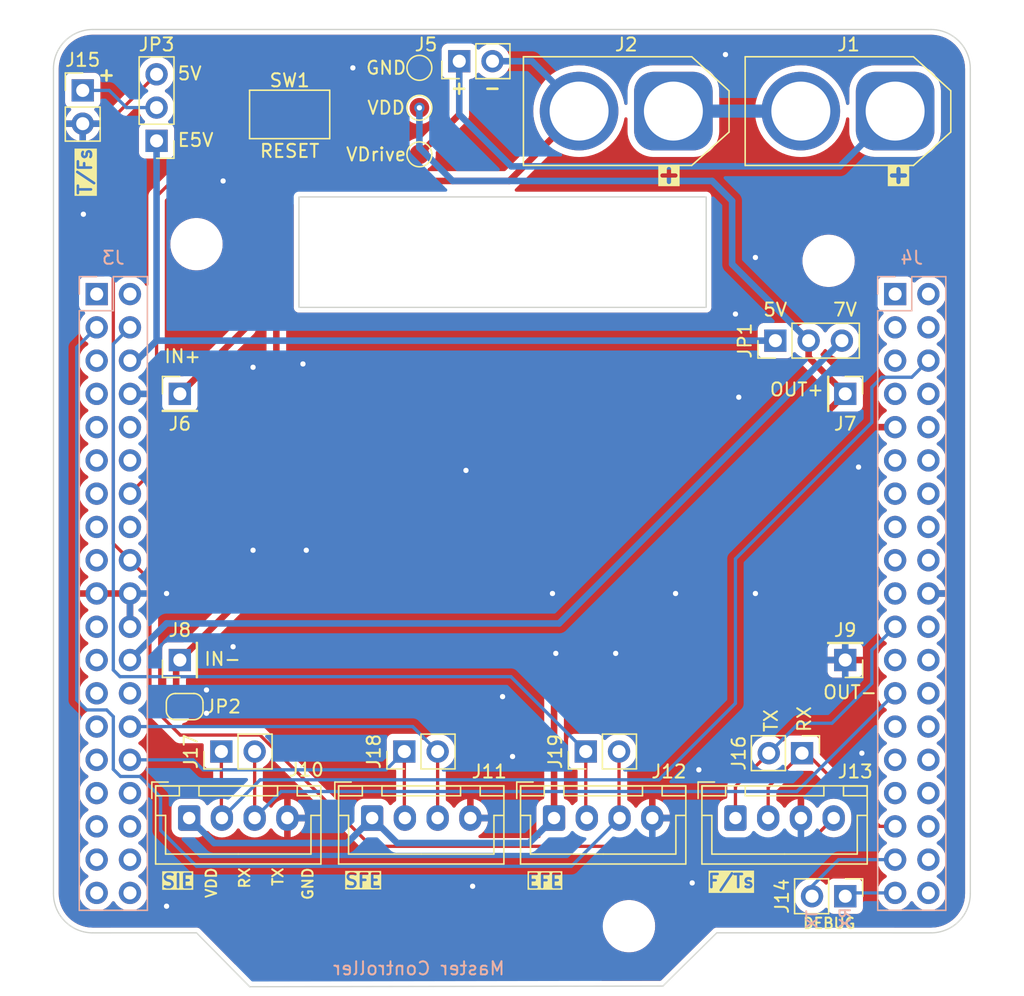
<source format=kicad_pcb>
(kicad_pcb (version 20221018) (generator pcbnew)
  (layers (0 "F.Cu" signal) (31 "B.Cu" signal) (34 "B.Paste" user) (35 "F.Paste" user) (36 "B.SilkS" user "B.Silkscreen") (37 "F.SilkS" user "F.Silkscreen") (38 "B.Mask" user) (39 "F.Mask" user) (44 "Edge.Cuts" user))
  (net 0 "")
  (net 1 "Net-(J1-Pin_2)")
  (net 3 "EFE_TX")
  (net 4 "EFE_RX")
  (net 6 "E5V")
  (net 8 "GND")
  (net 13 "RESET")
  (net 15 "+3.3V")
  (net 17 "+5V")
  (net 19 "+7.5V")
  (net 22 "SFE_TX")
  (net 24 "SFE_RX")
  (net 31 "SIE_RX")
  (net 32 "VBUS")
  (net 33 "MAX490_TXD")
  (net 34 "SIE_TX")
  (net 35 "MAX490_RSD")
  (net 36 "DEBUG_TX")
  (net 37 "DEBUG_RX")
  (net 38 "VDD")
  (net 39 "Vdrive")
  (net 40 "GNDPWR")
  (net 41 "Net-(J15-Pin_1)")
  (footprint "Connector_AMASS:AMASS_XT60-M_1x02_P7.20mm_Vertical" (layer "F.Cu") (at 175.26 62.23 180)
    (fp_text reference "J1" (at 3.556 5.08) (layer "F.SilkS"))
    (fp_text value "Conn_01x02")
    (pad "1" thru_hole roundrect (at 0 0 180) (size 6 6) (drill 4.5) (layers "*.Cu" "*.Mask") (net 39 "Vdrive"))
    (pad "2" thru_hole circle (at 7.2 0 180) (size 6 6) (drill 4.5) (layers "*.Cu" "*.Mask") (net 1 "Net-(J1-Pin_2)"))
  )
  (footprint "TestPoint:TestPoint_Pad_D1.5mm" (layer "F.Cu") (at 138.938 58.928)
    (fp_text reference "TP3" hide)
    (fp_text value "TestPoint")
    (fp_text user "GND" (at -2.54 0 unlocked) (layer "F.SilkS"))
    (pad "1" smd circle (at 0 0) (size 1.5 1.5) (layers "F.Cu" "F.Mask") (net 8 "GND"))
  )
  (footprint "Connector_PinHeader_2.54mm:PinHeader_1x02_P2.54mm_Vertical" (layer "F.Cu") (at 141.981 58.42 90)
    (fp_text reference "J5" (at 1.27 -2.535 180) (layer "F.SilkS"))
    (fp_text value "Conn_01x02")
    (pad "1" thru_hole rect (at 0 0 90) (size 1.7 1.7) (drill 1) (layers "*.Cu" "*.Mask") (net 39 "Vdrive"))
    (pad "2" thru_hole oval (at 0 2.54 90) (size 1.7 1.7) (drill 1) (layers "*.Cu" "*.Mask") (net 40 "GNDPWR"))
  )
  (footprint "Connector_PinHeader_2.54mm:PinHeader_1x02_P2.54mm_Vertical" (layer "F.Cu") (at 137.79 111.125 90)
    (fp_text reference "J18" (at 0 -2.33 90) (layer "F.SilkS"))
    (fp_text value "Conn_01x02")
    (pad "1" thru_hole rect (at 0 0 90) (size 1.7 1.7) (drill 1) (layers "*.Cu" "*.Mask") (net 24 "SFE_RX"))
    (pad "2" thru_hole oval (at 0 2.54 90) (size 1.7 1.7) (drill 1) (layers "*.Cu" "*.Mask") (net 22 "SFE_TX"))
  )
  (footprint "Connector_PinHeader_2.54mm:PinHeader_1x01_P2.54mm_Vertical" (layer "F.Cu") (at 120.65 83.82)
    (fp_text reference "J6" (at 0 2.286) (layer "F.SilkS"))
    (fp_text value "Conn_01x01")
    (pad "1" thru_hole rect (at 0 0) (size 1.7 1.7) (drill 1) (layers "*.Cu" "*.Mask") (net 39 "Vdrive"))
  )
  (footprint "Button_Switch_SMD:SW_SPST_CK_RS282G05A3" (layer "F.Cu") (at 129.032 62.484)
    (fp_text reference "SW1" (at 0 -2.6) (layer "F.SilkS"))
    (fp_text value "RESET")
    (fp_text user "RESET" (at 0 2.794 unlocked) (layer "F.SilkS"))
    (pad "1" smd rect (at -3.9 0) (size 1.5 1.5) (layers "F.Cu" "F.Paste" "F.Mask") (net 13 "RESET"))
    (pad "2" smd rect (at 3.9 0) (size 1.5 1.5) (layers "F.Cu" "F.Paste" "F.Mask") (net 8 "GND"))
  )
  (footprint "Jumper:SolderJumper-2_P1.3mm_Open_RoundedPad1.0x1.5mm" (layer "F.Cu") (at 121.016 107.696)
    (fp_text reference "JP2" (at 2.936 0) (layer "F.SilkS"))
    (fp_text value "SolderJumper_2_Open")
    (pad "1" smd custom (at -0.65 0) (size 1 0.5) (layers "F.Cu" "F.Mask") (net 40 "GNDPWR") (options (clearance outline) (anchor rect)) (primitives (gr_circle (center 0 0.25) (end 0.5 0.25) (width 0) (fill yes)) (gr_circle (center 0 -0.25) (end 0.5 -0.25) (width 0) (fill yes)) (gr_poly (pts (xy 0.5 0.75) (xy 0 0.75) (xy 0 -0.75) (xy 0.5 -0.75)) (width 0) (fill yes))))
    (pad "2" smd custom (at 0.65 0) (size 1 0.5) (layers "F.Cu" "F.Mask") (net 8 "GND") (options (clearance outline) (anchor rect)) (primitives (gr_circle (center 0 0.25) (end 0.5 0.25) (width 0) (fill yes)) (gr_circle (center 0 -0.25) (end 0.5 -0.25) (width 0) (fill yes)) (gr_poly (pts (xy 0 0.75) (xy -0.5 0.75) (xy -0.5 -0.75) (xy 0 -0.75)) (width 0) (fill yes))))
  )
  (footprint "TestPoint:TestPoint_Pad_D1.5mm" (layer "F.Cu") (at 138.938 61.976)
    (fp_text reference "TP1" hide)
    (fp_text value "TestPoint")
    (fp_text user "VDD" (at -2.54 0 unlocked) (layer "F.SilkS"))
    (pad "1" smd circle (at 0 0) (size 1.5 1.5) (layers "F.Cu" "F.Mask") (net 38 "VDD"))
  )
  (footprint "Connector_JST:JST_XH_B4B-XH-A_1x04_P2.50mm_Vertical" (layer "F.Cu") (at 121.36 116.205)
    (fp_text reference "J10" (at 8.942 -3.683) (layer "F.SilkS"))
    (fp_text value "Conn_01x04")
    (pad "1" thru_hole roundrect (at 0 0) (size 1.7 1.95) (drill 0.95) (layers "*.Cu" "*.Mask") (roundrect_rratio 0.1470588235) (net 38 "VDD"))
    (pad "2" thru_hole oval (at 2.5 0) (size 1.7 1.95) (drill 0.95) (layers "*.Cu" "*.Mask") (net 31 "SIE_RX"))
    (pad "3" thru_hole oval (at 5 0) (size 1.7 1.95) (drill 0.95) (layers "*.Cu" "*.Mask") (net 34 "SIE_TX"))
    (pad "4" thru_hole oval (at 7.5 0) (size 1.7 1.95) (drill 0.95) (layers "*.Cu" "*.Mask") (net 8 "GND"))
  )
  (footprint "TestPoint:TestPoint_Pad_D1.5mm" (layer "F.Cu") (at 138.938 65.532)
    (fp_text reference "TP2" hide)
    (fp_text value "TestPoint")
    (fp_text user "VDrive" (at -3.302 0.006 unlocked) (layer "F.SilkS"))
    (pad "1" smd circle (at 0 0) (size 1.5 1.5) (layers "F.Cu" "F.Mask") (net 39 "Vdrive"))
  )
  (footprint "Connector_AMASS:AMASS_XT60-M_1x02_P7.20mm_Vertical" (layer "F.Cu") (at 158.33 62.23 180)
    (fp_text reference "J2" (at 3.6 5.08) (layer "F.SilkS"))
    (fp_text value "Conn_01x02")
    (pad "1" thru_hole roundrect (at 0 0 180) (size 6 6) (drill 4.5) (layers "*.Cu" "*.Mask") (net 1 "Net-(J1-Pin_2)"))
    (pad "2" thru_hole circle (at 7.2 0 180) (size 6 6) (drill 4.5) (layers "*.Cu" "*.Mask") (net 40 "GNDPWR"))
  )
  (footprint "Connector_PinHeader_2.54mm:PinHeader_1x01_P2.54mm_Vertical" (layer "F.Cu") (at 171.45 83.82 -90)
    (fp_text reference "J7" (at 2.286 0 -180) (layer "F.SilkS"))
    (fp_text value "Conn_01x01")
    (pad "1" thru_hole rect (at 0 0 270) (size 1.7 1.7) (drill 1) (layers "*.Cu" "*.Mask") (net 38 "VDD"))
  )
  (footprint "Connector_PinHeader_2.54mm:PinHeader_1x02_P2.54mm_Vertical" (layer "F.Cu") (at 171.455 122.174 -90)
    (fp_text reference "J14" (at 0 4.831 -90) (layer "F.SilkS"))
    (fp_text value "Conn_01x02")
    (pad "1" thru_hole rect (at 0 0 270) (size 1.7 1.7) (drill 1) (layers "*.Cu" "*.Mask") (net 37 "DEBUG_RX"))
    (pad "2" thru_hole oval (at 0 2.54 270) (size 1.7 1.7) (drill 1) (layers "*.Cu" "*.Mask") (net 36 "DEBUG_TX"))
  )
  (footprint "Connector_PinHeader_2.54mm:PinHeader_1x01_P2.54mm_Vertical" (layer "F.Cu") (at 171.45 104.14 180)
    (fp_text reference "J9" (at 0 2.286) (layer "F.SilkS"))
    (fp_text value "Conn_01x01")
    (pad "1" thru_hole rect (at 0 0 180) (size 1.7 1.7) (drill 1) (layers "*.Cu" "*.Mask") (net 8 "GND"))
  )
  (footprint "Connector_PinHeader_2.54mm:PinHeader_1x02_P2.54mm_Vertical" (layer "F.Cu") (at 151.64 111.125 90)
    (fp_text reference "J19" (at 0 -2.33 90) (layer "F.SilkS"))
    (fp_text value "Conn_01x02")
    (pad "1" thru_hole rect (at 0 0 90) (size 1.7 1.7) (drill 1) (layers "*.Cu" "*.Mask") (net 4 "EFE_RX"))
    (pad "2" thru_hole oval (at 0 2.54 90) (size 1.7 1.7) (drill 1) (layers "*.Cu" "*.Mask") (net 3 "EFE_TX"))
  )
  (footprint "Connector_JST:JST_XH_B4B-XH-A_1x04_P2.50mm_Vertical" (layer "F.Cu") (at 149.22 116.205)
    (fp_text reference "J12" (at 8.768 -3.55) (layer "F.SilkS"))
    (fp_text value "Conn_01x04")
    (pad "1" thru_hole roundrect (at 0 0) (size 1.7 1.95) (drill 0.95) (layers "*.Cu" "*.Mask") (roundrect_rratio 0.1470588235) (net 38 "VDD"))
    (pad "2" thru_hole oval (at 2.5 0) (size 1.7 1.95) (drill 0.95) (layers "*.Cu" "*.Mask") (net 4 "EFE_RX"))
    (pad "3" thru_hole oval (at 5 0) (size 1.7 1.95) (drill 0.95) (layers "*.Cu" "*.Mask") (net 3 "EFE_TX"))
    (pad "4" thru_hole oval (at 7.5 0) (size 1.7 1.95) (drill 0.95) (layers "*.Cu" "*.Mask") (net 8 "GND"))
  )
  (footprint "Connector_PinHeader_2.54mm:PinHeader_1x03_P2.54mm_Vertical" (layer "F.Cu") (at 166.116 79.756 90)
    (fp_text reference "JP1" (at 0 -2.33 90) (layer "F.SilkS"))
    (fp_text value "Jumper_3_Bridged12")
    (pad "1" thru_hole rect (at 0 0 90) (size 1.7 1.7) (drill 1) (layers "*.Cu" "*.Mask") (net 6 "E5V"))
    (pad "2" thru_hole oval (at 0 2.54 90) (size 1.7 1.7) (drill 1) (layers "*.Cu" "*.Mask") (net 38 "VDD"))
    (pad "3" thru_hole oval (at 0 5.08 90) (size 1.7 1.7) (drill 1) (layers "*.Cu" "*.Mask") (net 19 "+7.5V"))
  )
  (footprint "Connector_JST:JST_XH_B4B-XH-A_1x04_P2.50mm_Vertical" (layer "F.Cu") (at 135.33 116.205)
    (fp_text reference "J11" (at 8.942 -3.55) (layer "F.SilkS"))
    (fp_text value "Conn_01x04")
    (pad "1" thru_hole roundrect (at 0 0) (size 1.7 1.95) (drill 0.95) (layers "*.Cu" "*.Mask") (roundrect_rratio 0.1470588235) (net 38 "VDD"))
    (pad "2" thru_hole oval (at 2.5 0) (size 1.7 1.95) (drill 0.95) (layers "*.Cu" "*.Mask") (net 24 "SFE_RX"))
    (pad "3" thru_hole oval (at 5 0) (size 1.7 1.95) (drill 0.95) (layers "*.Cu" "*.Mask") (net 22 "SFE_TX"))
    (pad "4" thru_hole oval (at 7.5 0) (size 1.7 1.95) (drill 0.95) (layers "*.Cu" "*.Mask") (net 8 "GND"))
  )
  (footprint "Connector_PinHeader_2.54mm:PinHeader_1x02_P2.54mm_Vertical" (layer "F.Cu") (at 123.82 111.125 90)
    (fp_text reference "J17" (at 0 -2.33 90) (layer "F.SilkS"))
    (fp_text value "Conn_01x02")
    (pad "1" thru_hole rect (at 0 0 90) (size 1.7 1.7) (drill 1) (layers "*.Cu" "*.Mask") (net 31 "SIE_RX"))
    (pad "2" thru_hole oval (at 0 2.54 90) (size 1.7 1.7) (drill 1) (layers "*.Cu" "*.Mask") (net 34 "SIE_TX"))
  )
  (footprint "Connector_JST:JST_XH_B4B-XH-A_1x04_P2.50mm_Vertical" (layer "F.Cu") (at 163.068 116.205)
    (fp_text reference "J13" (at 9.144 -3.55) (layer "F.SilkS"))
    (fp_text value "Conn_01x04")
    (pad "1" thru_hole roundrect (at 0 0) (size 1.7 1.95) (drill 0.95) (layers "*.Cu" "*.Mask") (roundrect_rratio 0.1470588235) (net 33 "MAX490_TXD"))
    (pad "2" thru_hole oval (at 2.5 0) (size 1.7 1.95) (drill 0.95) (layers "*.Cu" "*.Mask") (net 35 "MAX490_RSD"))
    (pad "3" thru_hole oval (at 5 0) (size 1.7 1.95) (drill 0.95) (layers "*.Cu" "*.Mask") (net 8 "GND"))
    (pad "4" thru_hole oval (at 7.5 0) (size 1.7 1.95) (drill 0.95) (layers "*.Cu" "*.Mask") (net 17 "+5V"))
  )
  (footprint "MountingHole:MountingHole_3.5mm" (layer "F.Cu") (at 121.92 72.39)
    (fp_text reference "H3" hide)
    (fp_text value "MountingHole")
    (pad "" np_thru_hole circle (at 0 0) (size 3.5 3.5) (drill 3.5) (layers "*.Cu" "*.Mask"))
  )
  (footprint "Connector_PinHeader_2.54mm:PinHeader_1x02_P2.54mm_Vertical" (layer "F.Cu") (at 113.2332 60.6502)
    (fp_text reference "J15" (at 0 -2.33) (layer "F.SilkS"))
    (fp_text value "FT_sensor_power")
    (pad "1" thru_hole rect (at 0 0) (size 1.7 1.7) (drill 1) (layers "*.Cu" "*.Mask") (net 41 "Net-(J15-Pin_1)"))
    (pad "2" thru_hole oval (at 0 2.54) (size 1.7 1.7) (drill 1) (layers "*.Cu" "*.Mask") (net 8 "GND"))
  )
  (footprint "MountingHole:MountingHole_3.5mm" (layer "F.Cu") (at 154.94 124.46)
    (fp_text reference "H1" hide)
    (fp_text value "MountingHole")
    (pad "" np_thru_hole circle locked (at 0 0) (size 3.5 3.5) (drill 3.5) (layers "*.Cu" "*.Mask"))
  )
  (footprint "Connector_PinHeader_2.54mm:PinHeader_1x01_P2.54mm_Vertical" (layer "F.Cu") (at 120.65 104.14 90)
    (fp_text reference "J8" (at 2.286 0) (layer "F.SilkS"))
    (fp_text value "Conn_01x01")
    (pad "1" thru_hole rect (at 0 0 90) (size 1.7 1.7) (drill 1) (layers "*.Cu" "*.Mask") (net 40 "GNDPWR"))
  )
  (footprint "Connector_PinHeader_2.54mm:PinHeader_1x02_P2.54mm_Vertical" (layer "F.Cu") (at 168.153 111.252 -90)
    (fp_text reference "J16" (at 0 4.831 90) (layer "F.SilkS"))
    (fp_text value "Conn_01x02")
    (pad "1" thru_hole rect (at 0 0 270) (size 1.7 1.7) (drill 1) (layers "*.Cu" "*.Mask") (net 35 "MAX490_RSD"))
    (pad "2" thru_hole oval (at 0 2.54 270) (size 1.7 1.7) (drill 1) (layers "*.Cu" "*.Mask") (net 33 "MAX490_TXD"))
  )
  (footprint "Connector_PinHeader_2.54mm:PinHeader_1x03_P2.54mm_Vertical" (layer "F.Cu") (at 118.872 64.501 180)
    (fp_text reference "JP3" (at 0 7.351) (layer "F.SilkS"))
    (fp_text value "Jumper_3_Bridged12")
    (pad "1" thru_hole rect (at 0 0 180) (size 1.7 1.7) (drill 1) (layers "*.Cu" "*.Mask") (net 6 "E5V"))
    (pad "2" thru_hole oval (at 0 2.54 180) (size 1.7 1.7) (drill 1) (layers "*.Cu" "*.Mask") (net 41 "Net-(J15-Pin_1)"))
    (pad "3" thru_hole oval (at 0 5.08 180) (size 1.7 1.7) (drill 1) (layers "*.Cu" "*.Mask") (net 17 "+5V"))
  )
  (footprint "MountingHole:MountingHole_3.5mm" (layer "F.Cu") (at 170.18 73.66)
    (fp_text reference "H2" hide)
    (fp_text value "MountingHole")
    (pad "" np_thru_hole circle locked (at 0 0) (size 3.5 3.5) (drill 3.5) (layers "*.Cu" "*.Mask"))
  )
  (footprint "Connector_PinSocket_2.54mm:PinSocket_2x19_P2.54mm_Vertical" (layer "B.Cu") (at 175.26 76.2 180)
    (fp_text reference "J4" (at -1.27 2.77) (layer "B.SilkS") (effects (justify mirror)))
    (fp_text value "Conn_02x19_Odd_Even")
    (pad "1" thru_hole rect locked (at 0 0 180) (size 1.7 1.7) (drill 1) (layers "*.Cu" "*.Mask"))
    (pad "2" thru_hole oval locked (at -2.54 0 180) (size 1.7 1.7) (drill 1) (layers "*.Cu" "*.Mask"))
    (pad "3" thru_hole oval locked (at 0 -2.54 180) (size 1.7 1.7) (drill 1) (layers "*.Cu" "*.Mask"))
    (pad "4" thru_hole oval locked (at -2.54 -2.54 180) (size 1.7 1.7) (drill 1) (layers "*.Cu" "*.Mask"))
    (pad "5" thru_hole oval locked (at 0 -5.08 180) (size 1.7 1.7) (drill 1) (layers "*.Cu" "*.Mask"))
    (pad "6" thru_hole oval locked (at -2.54 -5.08 180) (size 1.7 1.7) (drill 1) (layers "*.Cu" "*.Mask") (net 31 "SIE_RX"))
    (pad "7" thru_hole oval locked (at 0 -7.62 180) (size 1.7 1.7) (drill 1) (layers "*.Cu" "*.Mask"))
    (pad "8" thru_hole oval locked (at -2.54 -7.62 180) (size 1.7 1.7) (drill 1) (layers "*.Cu" "*.Mask") (net 32 "VBUS"))
    (pad "9" thru_hole oval locked (at 0 -10.16 180) (size 1.7 1.7) (drill 1) (layers "*.Cu" "*.Mask") (net 8 "GND"))
    (pad "10" thru_hole oval locked (at -2.54 -10.16 180) (size 1.7 1.7) (drill 1) (layers "*.Cu" "*.Mask"))
    (pad "11" thru_hole oval locked (at 0 -12.7 180) (size 1.7 1.7) (drill 1) (layers "*.Cu" "*.Mask"))
    (pad "12" thru_hole oval locked (at -2.54 -12.7 180) (size 1.7 1.7) (drill 1) (layers "*.Cu" "*.Mask"))
    (pad "13" thru_hole oval locked (at 0 -15.24 180) (size 1.7 1.7) (drill 1) (layers "*.Cu" "*.Mask"))
    (pad "14" thru_hole oval locked (at -2.54 -15.24 180) (size 1.7 1.7) (drill 1) (layers "*.Cu" "*.Mask"))
    (pad "15" thru_hole oval locked (at 0 -17.78 180) (size 1.7 1.7) (drill 1) (layers "*.Cu" "*.Mask"))
    (pad "16" thru_hole oval locked (at -2.54 -17.78 180) (size 1.7 1.7) (drill 1) (layers "*.Cu" "*.Mask"))
    (pad "17" thru_hole oval locked (at 0 -20.32 180) (size 1.7 1.7) (drill 1) (layers "*.Cu" "*.Mask"))
    (pad "18" thru_hole oval locked (at -2.54 -20.32 180) (size 1.7 1.7) (drill 1) (layers "*.Cu" "*.Mask"))
    (pad "19" thru_hole oval locked (at 0 -22.86 180) (size 1.7 1.7) (drill 1) (layers "*.Cu" "*.Mask"))
    (pad "20" thru_hole oval locked (at -2.54 -22.86 180) (size 1.7 1.7) (drill 1) (layers "*.Cu" "*.Mask") (net 8 "GND"))
    (pad "21" thru_hole oval locked (at 0 -25.4 180) (size 1.7 1.7) (drill 1) (layers "*.Cu" "*.Mask") (net 33 "MAX490_TXD"))
    (pad "22" thru_hole oval locked (at -2.54 -25.4 180) (size 1.7 1.7) (drill 1) (layers "*.Cu" "*.Mask"))
    (pad "23" thru_hole oval locked (at 0 -27.94 180) (size 1.7 1.7) (drill 1) (layers "*.Cu" "*.Mask"))
    (pad "24" thru_hole oval locked (at -2.54 -27.94 180) (size 1.7 1.7) (drill 1) (layers "*.Cu" "*.Mask"))
    (pad "25" thru_hole oval locked (at 0 -30.48 180) (size 1.7 1.7) (drill 1) (layers "*.Cu" "*.Mask") (net 34 "SIE_TX"))
    (pad "26" thru_hole oval locked (at -2.54 -30.48 180) (size 1.7 1.7) (drill 1) (layers "*.Cu" "*.Mask"))
    (pad "27" thru_hole oval locked (at 0 -33.02 180) (size 1.7 1.7) (drill 1) (layers "*.Cu" "*.Mask"))
    (pad "28" thru_hole oval locked (at -2.54 -33.02 180) (size 1.7 1.7) (drill 1) (layers "*.Cu" "*.Mask"))
    (pad "29" thru_hole oval locked (at 0 -35.56 180) (size 1.7 1.7) (drill 1) (layers "*.Cu" "*.Mask"))
    (pad "30" thru_hole oval locked (at -2.54 -35.56 180) (size 1.7 1.7) (drill 1) (layers "*.Cu" "*.Mask"))
    (pad "31" thru_hole oval locked (at 0 -38.1 180) (size 1.7 1.7) (drill 1) (layers "*.Cu" "*.Mask"))
    (pad "32" thru_hole oval locked (at -2.54 -38.1 180) (size 1.7 1.7) (drill 1) (layers "*.Cu" "*.Mask"))
    (pad "33" thru_hole oval locked (at 0 -40.64 180) (size 1.7 1.7) (drill 1) (layers "*.Cu" "*.Mask") (net 35 "MAX490_RSD"))
    (pad "34" thru_hole oval locked (at -2.54 -40.64 180) (size 1.7 1.7) (drill 1) (layers "*.Cu" "*.Mask"))
    (pad "35" thru_hole oval locked (at 0 -43.18 180) (size 1.7 1.7) (drill 1) (layers "*.Cu" "*.Mask") (net 36 "DEBUG_TX"))
    (pad "36" thru_hole oval locked (at -2.54 -43.18 180) (size 1.7 1.7) (drill 1) (layers "*.Cu" "*.Mask"))
    (pad "37" thru_hole oval locked (at 0 -45.72 180) (size 1.7 1.7) (drill 1) (layers "*.Cu" "*.Mask") (net 37 "DEBUG_RX"))
    (pad "38" thru_hole oval locked (at -2.54 -45.72 180) (size 1.7 1.7) (drill 1) (layers "*.Cu" "*.Mask"))
  )
  (footprint "Connector_PinSocket_2.54mm:PinSocket_2x19_P2.54mm_Vertical" (layer "B.Cu") (at 114.3 76.2 180)
    (fp_text reference "J3" (at -1.27 2.77) (layer "B.SilkS") (effects (justify mirror)))
    (fp_text value "Conn_02x19_Odd_Even")
    (pad "1" thru_hole rect locked (at 0 0 180) (size 1.7 1.7) (drill 1) (layers "*.Cu" "*.Mask"))
    (pad "2" thru_hole oval locked (at -2.54 0 180) (size 1.7 1.7) (drill 1) (layers "*.Cu" "*.Mask"))
    (pad "3" thru_hole oval locked (at 0 -2.54 180) (size 1.7 1.7) (drill 1) (layers "*.Cu" "*.Mask") (net 3 "EFE_TX"))
    (pad "4" thru_hole oval locked (at -2.54 -2.54 180) (size 1.7 1.7) (drill 1) (layers "*.Cu" "*.Mask") (net 4 "EFE_RX"))
    (pad "5" thru_hole oval locked (at 0 -5.08 180) (size 1.7 1.7) (drill 1) (layers "*.Cu" "*.Mask"))
    (pad "6" thru_hole oval locked (at -2.54 -5.08 180) (size 1.7 1.7) (drill 1) (layers "*.Cu" "*.Mask") (net 6 "E5V"))
    (pad "7" thru_hole oval locked (at 0 -7.62 180) (size 1.7 1.7) (drill 1) (layers "*.Cu" "*.Mask"))
    (pad "8" thru_hole oval locked (at -2.54 -7.62 180) (size 1.7 1.7) (drill 1) (layers "*.Cu" "*.Mask") (net 8 "GND"))
    (pad "9" thru_hole oval locked (at 0 -10.16 180) (size 1.7 1.7) (drill 1) (layers "*.Cu" "*.Mask"))
    (pad "10" thru_hole oval locked (at -2.54 -10.16 180) (size 1.7 1.7) (drill 1) (layers "*.Cu" "*.Mask"))
    (pad "11" thru_hole oval locked (at 0 -12.7 180) (size 1.7 1.7) (drill 1) (layers "*.Cu" "*.Mask"))
    (pad "12" thru_hole oval locked (at -2.54 -12.7 180) (size 1.7 1.7) (drill 1) (layers "*.Cu" "*.Mask"))
    (pad "13" thru_hole oval locked (at 0 -15.24 180) (size 1.7 1.7) (drill 1) (layers "*.Cu" "*.Mask"))
    (pad "14" thru_hole oval locked (at -2.54 -15.24 180) (size 1.7 1.7) (drill 1) (layers "*.Cu" "*.Mask") (net 13 "RESET"))
    (pad "15" thru_hole oval locked (at 0 -17.78 180) (size 1.7 1.7) (drill 1) (layers "*.Cu" "*.Mask"))
    (pad "16" thru_hole oval locked (at -2.54 -17.78 180) (size 1.7 1.7) (drill 1) (layers "*.Cu" "*.Mask") (net 15 "+3.3V"))
    (pad "17" thru_hole oval locked (at 0 -20.32 180) (size 1.7 1.7) (drill 1) (layers "*.Cu" "*.Mask"))
    (pad "18" thru_hole oval locked (at -2.54 -20.32 180) (size 1.7 1.7) (drill 1) (layers "*.Cu" "*.Mask") (net 17 "+5V"))
    (pad "19" thru_hole oval locked (at 0 -22.86 180) (size 1.7 1.7) (drill 1) (layers "*.Cu" "*.Mask") (net 8 "GND"))
    (pad "20" thru_hole oval locked (at -2.54 -22.86 180) (size 1.7 1.7) (drill 1) (layers "*.Cu" "*.Mask") (net 8 "GND"))
    (pad "21" thru_hole oval locked (at 0 -25.4 180) (size 1.7 1.7) (drill 1) (layers "*.Cu" "*.Mask"))
    (pad "22" thru_hole oval locked (at -2.54 -25.4 180) (size 1.7 1.7) (drill 1) (layers "*.Cu" "*.Mask") (net 8 "GND"))
    (pad "23" thru_hole oval locked (at 0 -27.94 180) (size 1.7 1.7) (drill 1) (layers "*.Cu" "*.Mask"))
    (pad "24" thru_hole oval locked (at -2.54 -27.94 180) (size 1.7 1.7) (drill 1) (layers "*.Cu" "*.Mask") (net 19 "+7.5V"))
    (pad "25" thru_hole oval locked (at 0 -30.48 180) (size 1.7 1.7) (drill 1) (layers "*.Cu" "*.Mask"))
    (pad "26" thru_hole oval locked (at -2.54 -30.48 180) (size 1.7 1.7) (drill 1) (layers "*.Cu" "*.Mask"))
    (pad "27" thru_hole oval locked (at 0 -33.02 180) (size 1.7 1.7) (drill 1) (layers "*.Cu" "*.Mask"))
    (pad "28" thru_hole oval locked (at -2.54 -33.02 180) (size 1.7 1.7) (drill 1) (layers "*.Cu" "*.Mask") (net 22 "SFE_TX"))
    (pad "29" thru_hole oval locked (at 0 -35.56 180) (size 1.7 1.7) (drill 1) (layers "*.Cu" "*.Mask"))
    (pad "30" thru_hole oval locked (at -2.54 -35.56 180) (size 1.7 1.7) (drill 1) (layers "*.Cu" "*.Mask") (net 24 "SFE_RX"))
    (pad "31" thru_hole oval locked (at 0 -38.1 180) (size 1.7 1.7) (drill 1) (layers "*.Cu" "*.Mask"))
    (pad "32" thru_hole oval locked (at -2.54 -38.1 180) (size 1.7 1.7) (drill 1) (layers "*.Cu" "*.Mask"))
    (pad "33" thru_hole oval locked (at 0 -40.64 180) (size 1.7 1.7) (drill 1) (layers "*.Cu" "*.Mask"))
    (pad "34" thru_hole oval locked (at -2.54 -40.64 180) (size 1.7 1.7) (drill 1) (layers "*.Cu" "*.Mask"))
    (pad "35" thru_hole oval locked (at 0 -43.18 180) (size 1.7 1.7) (drill 1) (layers "*.Cu" "*.Mask"))
    (pad "36" thru_hole oval locked (at -2.54 -43.18 180) (size 1.7 1.7) (drill 1) (layers "*.Cu" "*.Mask"))
    (pad "37" thru_hole oval locked (at 0 -45.72 180) (size 1.7 1.7) (drill 1) (layers "*.Cu" "*.Mask"))
    (pad "38" thru_hole oval locked (at -2.54 -45.72 180) (size 1.7 1.7) (drill 1) (layers "*.Cu" "*.Mask"))
  )
  (gr_line (start 111 59) (end 111 121.9708) (stroke (width 0.1)) (layer "Edge.Cuts"))
  (gr_line (start 114 124.9708) (end 121.92 124.968) (stroke (width 0.1)) (layer "Edge.Cuts"))
  (gr_line (start 161.6456 124.968) (end 157.5308 129.032) (stroke (width 0.1)) (layer "Edge.Cuts"))
  (gr_line (start 161.6456 124.968) (end 178.0004 124.9708) (stroke (width 0.1)) (layer "Edge.Cuts"))
  (gr_arc (start 114 124.9708) (mid 111.87868 124.09212) (end 111 121.9708) (stroke (width 0.1)) (layer "Edge.Cuts"))
  (gr_rect locked (start 129.7432 68.7832) (end 160.8328 77.216) (stroke (width 0.1)) (fill none) (layer "Edge.Cuts"))
  (gr_line (start 125.984 129.0828) (end 157.5308 129.032) (stroke (width 0.1)) (layer "Edge.Cuts"))
  (gr_arc (start 111 59) (mid 111.87868 56.87868) (end 114 56) (stroke (width 0.1)) (layer "Edge.Cuts"))
  (gr_line (start 178 56) (end 114 56) (stroke (width 0.1)) (layer "Edge.Cuts"))
  (gr_line (start 121.92 124.968) (end 125.984 129.0828) (stroke (width 0.1)) (layer "Edge.Cuts"))
  (gr_line (start 181.0004 121.9708) (end 181 59) (stroke (width 0.1)) (layer "Edge.Cuts"))
  (gr_arc (start 178 56) (mid 180.12132 56.87868) (end 181 59) (stroke (width 0.1)) (layer "Edge.Cuts"))
  (gr_arc (start 181.0004 121.9708) (mid 180.12172 124.09212) (end 178.0004 124.9708) (stroke (width 0.1)) (layer "Edge.Cuts"))
  (gr_text "Lightweight Exoskeleton with\nAssistive Power, Upper Limb" (at 125.73 128.27) (layer "F.Cu") (effects (font (size 1.2 1.2) (thickness 0.18) italic) (justify left bottom)))
  (gr_text "LEAP-UP" (at 125.73 124.206) (layer "F.Cu") (effects (font (size 1.3 1.3) (thickness 0.26) bold) (justify left bottom)))
  (gr_text "Master Controller" (at 145.542 128.27) (layer "B.SilkS") (effects (font (size 1 1)) (justify left bottom mirror)))
  (gr_text "RX" (at 171.45 124.714 90) (layer "B.SilkS") (effects (font (size 0.8 0.8)) (justify right mirror)))
  (gr_text "TX" (at 168.91 124.714 90) (layer "B.SilkS") (effects (font (size 0.8 0.8)) (justify right mirror)))
  (gr_text "EFE" (at 147.035427 121.600937) (layer "F.SilkS" knockout) (effects (font (size 1 1) (thickness 0.2) bold) (justify left bottom)))
  (gr_text "DEBUG" (at 168.148 124.714) (layer "F.SilkS") (effects (font (size 0.8 0.8)) (justify left bottom)))
  (gr_text "+" (at 141.224 60.452) (layer "F.SilkS") (effects (font (size 1 1) (thickness 0.2) bold) (justify left)))
  (gr_text "T/Fs" (at 113.998266 68.718772 90) (layer "F.SilkS" knockout) (effects (font (size 1 1) (thickness 0.2) bold) (justify left bottom)))
  (gr_text "+" (at 174.498 67.818) (layer "F.SilkS" knockout) (effects (font (size 1.3 1.3) (thickness 0.325) bold) (justify left bottom)))
  (gr_text "5V" (at 120.396 59.944) (layer "F.SilkS") (effects (font (size 1 1)) (justify left bottom)))
  (gr_text "TX" (at 128.135127 119.904869 90) (layer "F.SilkS") (effects (font (size 0.8 0.8)) (justify right)))
  (gr_text "E5V" (at 120.396 65.024) (layer "F.SilkS") (effects (font (size 1 1)) (justify left bottom)))
  (gr_text "SFE\n" (at 133.157229 121.580361) (layer "F.SilkS" knockout) (effects (font (size 1 1) (thickness 0.2) bold) (justify left bottom)))
  (gr_text "+" (at 114.3 59.436) (layer "F.SilkS") (effects (font (size 1 1) (thickness 0.2) bold) (justify left)))
  (gr_text "TX" (at 166.37 109.728 90) (layer "F.SilkS") (effects (font (size 1 1)) (justify left bottom)))
  (gr_text "IN+" (at 119.38 81.534) (layer "F.SilkS") (effects (font (size 1 1)) (justify left bottom)))
  (gr_text "+" (at 156.972 67.818) (layer "F.SilkS" knockout) (effects (font (size 1.3 1.3) (thickness 0.325) bold) (justify left bottom)))
  (gr_text "IN-" (at 122.428 104.648) (layer "F.SilkS") (effects (font (size 1 1)) (justify left bottom)))
  (gr_text "OUT+" (at 165.608 84.074) (layer "F.SilkS") (effects (font (size 1 1)) (justify left bottom)))
  (gr_text "VDD" (at 123.055127 119.904869 90) (layer "F.SilkS") (effects (font (size 0.8 0.8)) (justify right)))
  (gr_text "7V" (at 170.434 77.978) (layer "F.SilkS") (effects (font (size 1 1)) (justify left bottom)))
  (gr_text "RX" (at 125.595127 119.904869 90) (layer "F.SilkS") (effects (font (size 0.8 0.8)) (justify right)))
  (gr_text "GND" (at 130.421127 119.904869 90) (layer "F.SilkS") (effects (font (size 0.8 0.8)) (justify right)))
  (gr_text "5V" (at 165.1 77.978) (layer "F.SilkS") (effects (font (size 1 1)) (justify left bottom)))
  (gr_text "OUT-" (at 169.672 107.188) (layer "F.SilkS") (effects (font (size 1 1)) (justify left bottom)))
  (gr_text "SIE" (at 119.18923 121.606436) (layer "F.SilkS" knockout) (effects (font (size 1 1) (thickness 0.2) bold) (justify left bottom)))
  (gr_text "RX" (at 168.91 109.728 90) (layer "F.SilkS") (effects (font (size 1 1)) (justify left bottom)))
  (gr_text "F/Ts" (at 160.860724 121.606185) (layer "F.SilkS" knockout) (effects (font (size 1 1) (thickness 0.2) bold) (justify left bottom)))
  (gr_text "-" (at 143.764 60.452) (layer "F.SilkS") (effects (font (size 1 1) (thickness 0.2) bold) (justify left)))
  (segment (start 158.33 62.23) (end 168.06 62.23) (width 1) (layer "B.Cu") (net 1))
  (segment (start 154.22 116.205) (end 154.18 116.165) (width 0.25) (layer "F.Cu") (net 3))
  (segment (start 154.18 116.165) (end 154.18 111.125) (width 0.25) (layer "F.Cu") (net 3))
  (segment (start 119.1787 117.1467) (end 121.92 119.888) (width 0.25) (layer "B.Cu") (net 3))
  (segment (start 112.776 107.188) (end 113.538 107.95) (width 0.25) (layer "B.Cu") (net 3))
  (segment (start 115.062 107.95) (end 115.57 108.458) (width 0.25) (layer "B.Cu") (net 3))
  (segment (start 112.776 80.264) (end 112.776 107.188) (width 0.25) (layer "B.Cu") (net 3))
  (segment (start 114.3 78.74) (end 112.776 80.264) (width 0.25) (layer "B.Cu") (net 3))
  (segment (start 121.92 119.888) (end 150.537 119.888) (width 0.25) (layer "B.Cu") (net 3))
  (segment (start 115.57 108.458) (end 115.57 112.48345) (width 0.25) (layer "B.Cu") (net 3))
  (segment (start 119.1787 114.6067) (end 119.1787 117.1467) (width 0.25) (layer "B.Cu") (net 3))
  (segment (start 115.57 112.48345) (end 116.11655 113.03) (width 0.25) (layer "B.Cu") (net 3))
  (segment (start 117.602 113.03) (end 119.1787 114.6067) (width 0.25) (layer "B.Cu") (net 3))
  (segment (start 116.11655 113.03) (end 117.602 113.03) (width 0.25) (layer "B.Cu") (net 3))
  (segment (start 113.538 107.95) (end 115.062 107.95) (width 0.25) (layer "B.Cu") (net 3))
  (segment (start 150.537 119.888) (end 154.22 116.205) (width 0.25) (layer "B.Cu") (net 3))
  (segment (start 151.64 111.125) (end 151.64 116.125) (width 0.25) (layer "F.Cu") (net 4))
  (segment (start 151.64 116.125) (end 151.72 116.205) (width 0.25) (layer "F.Cu") (net 4))
  (segment (start 115.57 80.01) (end 115.57 104.902) (width 0.25) (layer "B.Cu") (net 4))
  (segment (start 116.84 78.74) (end 115.57 80.01) (width 0.25) (layer "B.Cu") (net 4))
  (segment (start 116.078 105.41) (end 145.925 105.41) (width 0.25) (layer "B.Cu") (net 4))
  (segment (start 115.57 104.902) (end 116.078 105.41) (width 0.25) (layer "B.Cu") (net 4))
  (segment (start 145.925 105.41) (end 151.64 111.125) (width 0.25) (layer "B.Cu") (net 4))
  (segment (start 117.348 81.28) (end 118.872 79.756) (width 0.5) (layer "B.Cu") (net 6))
  (segment (start 118.872 79.756) (end 119.5409 79.756) (width 0.5) (layer "B.Cu") (net 6))
  (segment (start 116.84 81.28) (end 117.348 81.28) (width 0.5) (layer "B.Cu") (net 6))
  (segment (start 119.5409 79.756) (end 166.116 79.756) (width 0.5) (layer "B.Cu") (net 6))
  (segment (start 118.872 79.756) (end 118.872 64.501) (width 0.5) (layer "B.Cu") (net 6))
  (via (at 143.002 121.412) (size 0.8) (drill 0.4) (layers "F.Cu" "B.Cu") (net 8))
  (via (at 149.352 103.632) (size 0.8) (drill 0.4) (layers "F.Cu" "B.Cu") (net 8))
  (via (at 145.288 106.934) (size 0.8) (drill 0.4) (layers "F.Cu" "B.Cu") (net 8))
  (via (at 172.72 111.252) (size 0.8) (drill 0.4) (layers "F.Cu" "B.Cu") (net 8))
  (via (at 164.592 73.406) (size 0.8) (drill 0.4) (layers "F.Cu" "B.Cu") (net 8))
  (via (at 123.952 67.564) (size 0.8) (drill 0.4) (layers "F.Cu" "B.Cu") (net 8))
  (via (at 119.634 99.06) (size 0.8) (drill 0.4) (layers "F.Cu" "B.Cu") (net 8))
  (via (at 122.682 108.204) (size 0.8) (drill 0.4) (layers "F.Cu" "B.Cu") (net 8))
  (via (at 126.238 81.788) (size 0.8) (drill 0.4) (layers "F.Cu" "B.Cu") (net 8))
  (via (at 130.048 81.534) (size 0.8) (drill 0.4) (layers "F.Cu" "B.Cu") (net 8))
  (via (at 159.766 121.158) (size 0.8) (drill 0.4) (layers "F.Cu" "B.Cu") (net 8))
  (via (at 163.068 77.724) (size 0.8) (drill 0.4) (layers "F.Cu" "B.Cu") (net 8))
  (via (at 158.496 99.06) (size 0.8) (drill 0.4) (layers "F.Cu" "B.Cu") (net 8))
  (via (at 122.682 106.426) (size 0.8) (drill 0.4) (layers "F.Cu" "B.Cu") (net 8))
  (via (at 124.714 103.124) (size 0.8) (drill 0.4) (layers "F.Cu" "B.Cu") (net 8))
  (via (at 113.284 70.104) (size 0.8) (drill 0.4) (layers "F.Cu" "B.Cu") (net 8))
  (via (at 130.302 95.758) (size 0.8) (drill 0.4) (layers "F.Cu" "B.Cu") (net 8))
  (via (at 146.05 111.506) (size 0.8) (drill 0.4) (layers "F.Cu" "B.Cu") (net 8))
  (via (at 153.924 103.632) (size 0.8) (drill 0.4) (layers "F.Cu" "B.Cu") (net 8))
  (via (at 126.238 95.758) (size 0.8) (drill 0.4) (layers "F.Cu" "B.Cu") (net 8))
  (via (at 142.494 89.662) (size 0.8) (drill 0.4) (layers "F.Cu" "B.Cu") (net 8))
  (via (at 119.634 122.936) (size 0.8) (drill 0.4) (layers "F.Cu" "B.Cu") (net 8))
  (via (at 149.098 99.06) (size 0.8) (drill 0.4) (layers "F.Cu" "B.Cu") (net 8))
  (via (at 172.466 89.408) (size 0.8) (drill 0.4) (layers "F.Cu" "B.Cu") (net 8))
  (via (at 164.592 99.06) (size 0.8) (drill 0.4) (layers "F.Cu" "B.Cu") (net 8))
  (via (at 163.322 84.074) (size 0.8) (drill 0.4) (layers "F.Cu" "B.Cu") (net 8))
  (via (at 133.858 58.928) (size 0.8) (drill 0.4) (layers "F.Cu" "B.Cu") (net 8))
  (via (at 160.274 112.522) (size 0.8) (drill 0.4) (layers "F.Cu" "B.Cu") (net 8))
  (via (at 162.306 57.912) (size 0.8) (drill 0.4) (layers "F.Cu" "B.Cu") (net 8))
  (segment (start 125.132 62.484) (end 118.872 68.744) (width 0.25) (layer "F.Cu") (net 13))
  (segment (start 118.872 89.408) (end 116.84 91.44) (width 0.25) (layer "F.Cu") (net 13))
  (segment (start 118.872 68.744) (end 118.872 89.408) (width 0.25) (layer "F.Cu") (net 13))
  (segment (start 118.364 107.5503) (end 120.6819 109.8682) (width 0.25) (layer "F.Cu") (net 17))
  (segment (start 126.7676 109.8682) (end 135.2634 118.364) (width 0.25) (layer "F.Cu") (net 17))
  (segment (start 168.409 118.364) (end 170.568 116.205) (width 0.25) (layer "F.Cu") (net 17))
  (segment (start 118.364 98.044) (end 118.364 107.5503) (width 0.25) (layer "F.Cu") (net 17))
  (segment (start 115.57 62.723) (end 115.57 95.25) (width 0.25) (layer "F.Cu") (net 17))
  (segment (start 135.2634 118.364) (end 168.409 118.364) (width 0.25) (layer "F.Cu") (net 17))
  (segment (start 116.84 96.52) (end 118.364 98.044) (width 0.25) (layer "F.Cu") (net 17))
  (segment (start 120.6819 109.8682) (end 126.7676 109.8682) (width 0.25) (layer "F.Cu") (net 17))
  (segment (start 115.57 95.25) (end 116.84 96.52) (width 0.25) (layer "F.Cu") (net 17))
  (segment (start 118.872 59.421) (end 115.57 62.723) (width 0.25) (layer "F.Cu") (net 17))
  (segment (start 149.606 101.346) (end 171.196 79.756) (width 0.5) (layer "B.Cu") (net 19))
  (segment (start 116.84 104.14) (end 119.634 101.346) (width 0.5) (layer "B.Cu") (net 19))
  (segment (start 119.634 101.346) (end 149.606 101.346) (width 0.5) (layer "B.Cu") (net 19))
  (segment (start 140.33 111.125) (end 140.33 116.205) (width 0.25) (layer "F.Cu") (net 22))
  (segment (start 116.84 109.22) (end 138.425 109.22) (width 0.25) (layer "B.Cu") (net 22))
  (segment (start 138.425 109.22) (end 140.33 111.125) (width 0.25) (layer "B.Cu") (net 22))
  (segment (start 137.79 111.125) (end 137.79 116.165) (width 0.25) (layer "F.Cu") (net 24))
  (segment (start 137.79 116.165) (end 137.83 116.205) (width 0.25) (layer "F.Cu") (net 24))
  (segment (start 136.393 112.522) (end 137.79 111.125) (width 0.25) (layer "B.Cu") (net 24))
  (segment (start 121.666 111.76) (end 122.428 112.522) (width 0.25) (layer "B.Cu") (net 24))
  (segment (start 122.428 112.522) (end 136.393 112.522) (width 0.25) (layer "B.Cu") (net 24))
  (segment (start 116.84 111.76) (end 121.666 111.76) (width 0.25) (layer "B.Cu") (net 24))
  (segment (start 123.82 116.165) (end 123.86 116.205) (width 0.25) (layer "F.Cu") (net 31))
  (segment (start 123.82 111.125) (end 123.82 116.165) (width 0.25) (layer "F.Cu") (net 31))
  (segment (start 177.8 81.28) (end 176.53 82.55) (width 0.25) (layer "B.Cu") (net 31))
  (segment (start 173.482 83.312) (end 173.482 86.00225) (width 0.25) (layer "B.Cu") (net 31))
  (segment (start 163.068 96.41625) (end 163.068 107.442) (width 0.25) (layer "B.Cu") (net 31))
  (segment (start 173.482 86.00225) (end 163.068 96.41625) (width 0.25) (layer "B.Cu") (net 31))
  (segment (start 157.226 113.284) (end 126.781 113.284) (width 0.25) (layer "B.Cu") (net 31))
  (segment (start 126.781 113.284) (end 123.86 116.205) (width 0.25) (layer "B.Cu") (net 31))
  (segment (start 163.068 107.442) (end 157.226 113.284) (width 0.25) (layer "B.Cu") (net 31))
  (segment (start 176.53 82.55) (end 174.244 82.55) (width 0.25) (layer "B.Cu") (net 31))
  (segment (start 174.244 82.55) (end 173.482 83.312) (width 0.25) (layer "B.Cu") (net 31))
  (segment (start 163.068 113.797) (end 163.068 116.205) (width 0.25) (layer "F.Cu") (net 33))
  (segment (start 165.613 111.252) (end 163.068 113.797) (width 0.25) (layer "F.Cu") (net 33))
  (segment (start 170.434 108.966) (end 167.899 108.966) (width 0.25) (layer "B.Cu") (net 33))
  (segment (start 175.26 101.6) (end 173.482 103.378) (width 0.25) (layer "B.Cu") (net 33))
  (segment (start 167.899 108.966) (end 165.613 111.252) (width 0.25) (layer "B.Cu") (net 33))
  (segment (start 173.482 105.918) (end 170.434 108.966) (width 0.25) (layer "B.Cu") (net 33))
  (segment (start 173.482 103.378) (end 173.482 105.918) (width 0.25) (layer "B.Cu") (net 33))
  (segment (start 126.36 111.125) (end 126.36 116.205) (width 0.25) (layer "F.Cu") (net 34))
  (segment (start 167.7608 114.1792) (end 128.3858 114.1792) (width 0.25) (layer "B.Cu") (net 34))
  (segment (start 128.3858 114.1792) (end 126.36 116.205) (width 0.25) (layer "B.Cu") (net 34))
  (segment (start 175.26 106.68) (end 167.7608 114.1792) (width 0.25) (layer "B.Cu") (net 34))
  (segment (start 165.568 116.205) (end 165.568 113.837) (width 0.25) (layer "F.Cu") (net 35))
  (segment (start 175.26 116.84) (end 174.0831 116.84) (width 0.25) (layer "F.Cu") (net 35))
  (segment (start 165.568 113.837) (end 168.153 111.252) (width 0.25) (layer "F.Cu") (net 35))
  (segment (start 168.32405 111.08095) (end 168.153 111.252) (width 0.25) (layer "F.Cu") (net 35))
  (segment (start 174.0831 116.84) (end 168.32405 111.08095) (width 0.25) (layer "F.Cu") (net 35))
  (segment (start 175.26 119.38) (end 170.942 119.38) (width 0.25) (layer "B.Cu") (net 36))
  (segment (start 168.915 121.407) (end 168.915 122.174) (width 0.25) (layer "B.Cu") (net 36))
  (segment (start 170.942 119.38) (end 168.915 121.407) (width 0.25) (layer "B.Cu") (net 36))
  (segment (start 175.26 121.92) (end 171.709 121.92) (width 0.25) (layer "B.Cu") (net 37))
  (segment (start 171.709 121.92) (end 171.455 122.174) (width 0.25) (layer "B.Cu") (net 37))
  (segment (start 171.45 83.82) (end 168.656 81.026) (width 0.5) (layer "F.Cu") (net 38))
  (segment (start 168.656 81.026) (end 168.656 79.756) (width 0.5) (layer "F.Cu") (net 38))
  (segment (start 149.22 106.05) (end 149.22 116.205) (width 0.5) (layer "F.Cu") (net 38))
  (segment (start 171.45 83.82) (end 149.22 106.05) (width 0.5) (layer "F.Cu") (net 38))
  (via (at 138.938 61.976) (size 0.8) (drill 0.4) (layers "F.Cu" "B.Cu") (net 38))
  (segment (start 135.33 116.205) (end 133.425 118.11) (width 0.5) (layer "B.Cu") (net 38))
  (segment (start 141.478 67.564) (end 161.29 67.564) (width 0.5) (layer "B.Cu") (net 38))
  (segment (start 123.265 118.11) (end 121.36 116.205) (width 0.5) (layer "B.Cu") (net 38))
  (segment (start 162.814 69.088) (end 162.814 73.914) (width 0.5) (layer "B.Cu") (net 38))
  (segment (start 138.938 61.976) (end 138.938 65.024) (width 0.5) (layer "B.Cu") (net 38))
  (segment (start 161.29 67.564) (end 162.814 69.088) (width 0.5) (layer "B.Cu") (net 38))
  (segment (start 138.938 65.024) (end 141.478 67.564) (width 0.5) (layer "B.Cu") (net 38))
  (segment (start 137.235 118.11) (end 135.33 116.205) (width 0.5) (layer "B.Cu") (net 38))
  (segment (start 133.425 118.11) (end 123.265 118.11) (width 0.5) (layer "B.Cu") (net 38))
  (segment (start 162.814 73.914) (end 168.656 79.756) (width 0.5) (layer "B.Cu") (net 38))
  (segment (start 149.22 116.205) (end 147.315 118.11) (width 0.5) (layer "B.Cu") (net 38))
  (segment (start 147.315 118.11) (end 137.235 118.11) (width 0.5) (layer "B.Cu") (net 38))
  (segment (start 141.981 62.489) (end 141.981 58.42) (width 0.5) (layer "F.Cu") (net 39))
  (segment (start 120.65 83.82) (end 125.73 78.74) (width 0.5) (layer "F.Cu") (net 39))
  (segment (start 128.778 65.532) (end 138.938 65.532) (width 0.5) (layer "F.Cu") (net 39))
  (segment (start 125.73 78.74) (end 125.73 68.58) (width 0.5) (layer "F.Cu") (net 39))
  (segment (start 125.73 68.58) (end 128.778 65.532) (width 0.5) (layer "F.Cu") (net 39))
  (segment (start 138.938 65.532) (end 141.981 62.489) (width 0.5) (layer "F.Cu") (net 39))
  (segment (start 171.0436 66.4464) (end 175.26 62.23) (width 0.5) (layer "B.Cu") (net 39))
  (segment (start 141.981 58.42) (end 141.981 62.479) (width 0.5) (layer "B.Cu") (net 39))
  (segment (start 141.981 62.479) (end 145.9484 66.4464) (width 0.5) (layer "B.Cu") (net 39))
  (segment (start 145.9484 66.4464) (end 171.0436 66.4464) (width 0.5) (layer "B.Cu") (net 39))
  (segment (start 129.79158 67.564) (end 128.016 69.33958) (width 0.5) (layer "F.Cu") (net 40))
  (segment (start 120.366 104.424) (end 120.65 104.14) (width 0.5) (layer "F.Cu") (net 40))
  (segment (start 128.016 96.774) (end 120.65 104.14) (width 0.5) (layer "F.Cu") (net 40))
  (segment (start 120.366 107.696) (end 120.366 104.424) (width 0.5) (layer "F.Cu") (net 40))
  (segment (start 128.016 69.33958) (end 128.016 96.774) (width 0.5) (layer "F.Cu") (net 40))
  (segment (start 145.796 67.564) (end 129.79158 67.564) (width 0.5) (layer "F.Cu") (net 40))
  (segment (start 151.34 62.23) (end 151.13 62.23) (width 0.5) (layer "F.Cu") (net 40))
  (segment (start 151.13 62.23) (end 145.796 67.564) (width 0.5) (layer "F.Cu") (net 40))
  (segment (start 144.521 58.42) (end 147.53 58.42) (width 0.5) (layer "B.Cu") (net 40))
  (segment (start 147.53 58.42) (end 151.34 62.23) (width 0.5) (layer "B.Cu") (net 40))
  (segment (start 116.571 61.961) (end 118.872 61.961) (width 0.25) (layer "B.Cu") (net 41))
  (segment (start 113.2332 60.6502) (end 115.2602 60.6502) (width 0.25) (layer "B.Cu") (net 41))
  (segment (start 115.2602 60.6502) (end 116.571 61.961) (width 0.25) (layer "B.Cu") (net 41))
  (zone (net 8) (net_name "GND") (layers "F&B.Cu") (connect_pads (clearance 0.5)) (min_thickness 0.25) (fill yes (thermal_gap 0.5) (thermal_bridge_width 0.5) (island_removal_mode 2) (island_area_min 10))
    (polygon (pts (xy 111 56) (xy 181 56) (xy 181 129) (xy 111 129)))
  )
)
</source>
